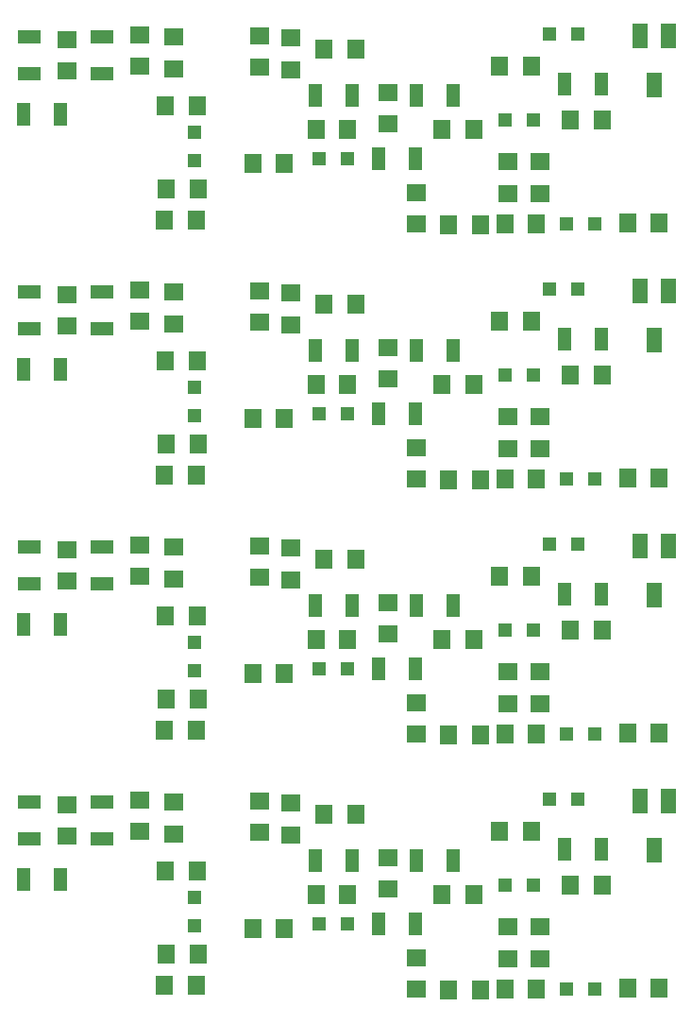
<source format=gbr>
G04 EAGLE Gerber X2 export*
%TF.Part,Single*%
%TF.FileFunction,Paste,Top*%
%TF.FilePolarity,Positive*%
%TF.GenerationSoftware,Autodesk,EAGLE,9.2.2*%
%TF.CreationDate,2019-06-08T20:53:53Z*%
G75*
%MOMM*%
%FSLAX34Y34*%
%LPD*%
%INSolderpaste Top*%
%AMOC8*
5,1,8,0,0,1.08239X$1,22.5*%
G01*
%ADD10R,1.320800X2.184400*%
%ADD11R,1.600000X1.803000*%
%ADD12R,1.270000X1.270000*%
%ADD13R,1.803000X1.600000*%
%ADD14R,1.270000X2.032000*%
%ADD15R,2.032000X1.270000*%


D10*
X601787Y880830D03*
X589057Y836830D03*
X576327Y880830D03*
D11*
X565495Y713601D03*
X593935Y713601D03*
X542379Y805644D03*
X513939Y805644D03*
X483797Y712811D03*
X455357Y712811D03*
D12*
X510728Y712430D03*
X536128Y712430D03*
D13*
X486570Y768225D03*
X486570Y739785D03*
D11*
X450903Y854026D03*
X479343Y854026D03*
D12*
X480577Y805295D03*
X455177Y805295D03*
D11*
X321582Y869328D03*
X293142Y869328D03*
D13*
X376223Y712118D03*
X376223Y740558D03*
D11*
X405090Y712041D03*
X433530Y712041D03*
D13*
X458012Y768085D03*
X458012Y739645D03*
D11*
X427537Y797357D03*
X399097Y797357D03*
D12*
X288636Y770849D03*
X314036Y770849D03*
D13*
X350887Y830336D03*
X350887Y801896D03*
D11*
X286091Y796837D03*
X314531Y796837D03*
X257725Y766564D03*
X229285Y766564D03*
X150776Y818570D03*
X179216Y818570D03*
D12*
X177047Y794321D03*
X177047Y768921D03*
D11*
X180310Y744151D03*
X151870Y744151D03*
X178589Y715925D03*
X150149Y715925D03*
D13*
X62755Y849417D03*
X62755Y877857D03*
X263686Y850585D03*
X263686Y879025D03*
X235410Y852666D03*
X235410Y881106D03*
X158383Y851625D03*
X158383Y880065D03*
X128169Y881928D03*
X128169Y853488D03*
D12*
X495477Y882452D03*
X520877Y882452D03*
D14*
X508738Y837939D03*
X541758Y837939D03*
X375799Y827955D03*
X408819Y827955D03*
X342060Y770974D03*
X375080Y770974D03*
X318301Y827805D03*
X285281Y827805D03*
X56760Y810298D03*
X23740Y810298D03*
D15*
X29014Y846780D03*
X29014Y879800D03*
X93747Y846786D03*
X93747Y879806D03*
D10*
X601787Y652230D03*
X589057Y608230D03*
X576327Y652230D03*
D11*
X565495Y485001D03*
X593935Y485001D03*
X542379Y577044D03*
X513939Y577044D03*
X483797Y484211D03*
X455357Y484211D03*
D12*
X510728Y483830D03*
X536128Y483830D03*
D13*
X486570Y539625D03*
X486570Y511185D03*
D11*
X450903Y625426D03*
X479343Y625426D03*
D12*
X480577Y576695D03*
X455177Y576695D03*
D11*
X321582Y640728D03*
X293142Y640728D03*
D13*
X376223Y483518D03*
X376223Y511958D03*
D11*
X405090Y483441D03*
X433530Y483441D03*
D13*
X458012Y539485D03*
X458012Y511045D03*
D11*
X427537Y568757D03*
X399097Y568757D03*
D12*
X288636Y542249D03*
X314036Y542249D03*
D13*
X350887Y601736D03*
X350887Y573296D03*
D11*
X286091Y568237D03*
X314531Y568237D03*
X257725Y537964D03*
X229285Y537964D03*
X150776Y589970D03*
X179216Y589970D03*
D12*
X177047Y565721D03*
X177047Y540321D03*
D11*
X180310Y515551D03*
X151870Y515551D03*
X178589Y487325D03*
X150149Y487325D03*
D13*
X62755Y620817D03*
X62755Y649257D03*
X263686Y621985D03*
X263686Y650425D03*
X235410Y624066D03*
X235410Y652506D03*
X158383Y623025D03*
X158383Y651465D03*
X128169Y653328D03*
X128169Y624888D03*
D12*
X495477Y653852D03*
X520877Y653852D03*
D14*
X508738Y609339D03*
X541758Y609339D03*
X375799Y599355D03*
X408819Y599355D03*
X342060Y542374D03*
X375080Y542374D03*
X318301Y599205D03*
X285281Y599205D03*
X56760Y581698D03*
X23740Y581698D03*
D15*
X29014Y618180D03*
X29014Y651200D03*
X93747Y618186D03*
X93747Y651206D03*
D10*
X601787Y423630D03*
X589057Y379630D03*
X576327Y423630D03*
D11*
X565495Y256401D03*
X593935Y256401D03*
X542379Y348444D03*
X513939Y348444D03*
X483797Y255611D03*
X455357Y255611D03*
D12*
X510728Y255230D03*
X536128Y255230D03*
D13*
X486570Y311025D03*
X486570Y282585D03*
D11*
X450903Y396826D03*
X479343Y396826D03*
D12*
X480577Y348095D03*
X455177Y348095D03*
D11*
X321582Y412128D03*
X293142Y412128D03*
D13*
X376223Y254918D03*
X376223Y283358D03*
D11*
X405090Y254841D03*
X433530Y254841D03*
D13*
X458012Y310885D03*
X458012Y282445D03*
D11*
X427537Y340157D03*
X399097Y340157D03*
D12*
X288636Y313649D03*
X314036Y313649D03*
D13*
X350887Y373136D03*
X350887Y344696D03*
D11*
X286091Y339637D03*
X314531Y339637D03*
X257725Y309364D03*
X229285Y309364D03*
X150776Y361370D03*
X179216Y361370D03*
D12*
X177047Y337121D03*
X177047Y311721D03*
D11*
X180310Y286951D03*
X151870Y286951D03*
X178589Y258725D03*
X150149Y258725D03*
D13*
X62755Y392217D03*
X62755Y420657D03*
X263686Y393385D03*
X263686Y421825D03*
X235410Y395466D03*
X235410Y423906D03*
X158383Y394425D03*
X158383Y422865D03*
X128169Y424728D03*
X128169Y396288D03*
D12*
X495477Y425252D03*
X520877Y425252D03*
D14*
X508738Y380739D03*
X541758Y380739D03*
X375799Y370755D03*
X408819Y370755D03*
X342060Y313774D03*
X375080Y313774D03*
X318301Y370605D03*
X285281Y370605D03*
X56760Y353098D03*
X23740Y353098D03*
D15*
X29014Y389580D03*
X29014Y422600D03*
X93747Y389586D03*
X93747Y422606D03*
D10*
X601787Y195030D03*
X589057Y151030D03*
X576327Y195030D03*
D11*
X565495Y27801D03*
X593935Y27801D03*
X542379Y119844D03*
X513939Y119844D03*
X483797Y27011D03*
X455357Y27011D03*
D12*
X510728Y26630D03*
X536128Y26630D03*
D13*
X486570Y82425D03*
X486570Y53985D03*
D11*
X450903Y168226D03*
X479343Y168226D03*
D12*
X480577Y119495D03*
X455177Y119495D03*
D11*
X321582Y183528D03*
X293142Y183528D03*
D13*
X376223Y26318D03*
X376223Y54758D03*
D11*
X405090Y26241D03*
X433530Y26241D03*
D13*
X458012Y82285D03*
X458012Y53845D03*
D11*
X427537Y111557D03*
X399097Y111557D03*
D12*
X288636Y85049D03*
X314036Y85049D03*
D13*
X350887Y144536D03*
X350887Y116096D03*
D11*
X286091Y111037D03*
X314531Y111037D03*
X257725Y80764D03*
X229285Y80764D03*
X150776Y132770D03*
X179216Y132770D03*
D12*
X177047Y108521D03*
X177047Y83121D03*
D11*
X180310Y58351D03*
X151870Y58351D03*
X178589Y30125D03*
X150149Y30125D03*
D13*
X62755Y163617D03*
X62755Y192057D03*
X263686Y164785D03*
X263686Y193225D03*
X235410Y166866D03*
X235410Y195306D03*
X158383Y165825D03*
X158383Y194265D03*
X128169Y196128D03*
X128169Y167688D03*
D12*
X495477Y196652D03*
X520877Y196652D03*
D14*
X508738Y152139D03*
X541758Y152139D03*
X375799Y142155D03*
X408819Y142155D03*
X342060Y85174D03*
X375080Y85174D03*
X318301Y142005D03*
X285281Y142005D03*
X56760Y124498D03*
X23740Y124498D03*
D15*
X29014Y160980D03*
X29014Y194000D03*
X93747Y160986D03*
X93747Y194006D03*
M02*

</source>
